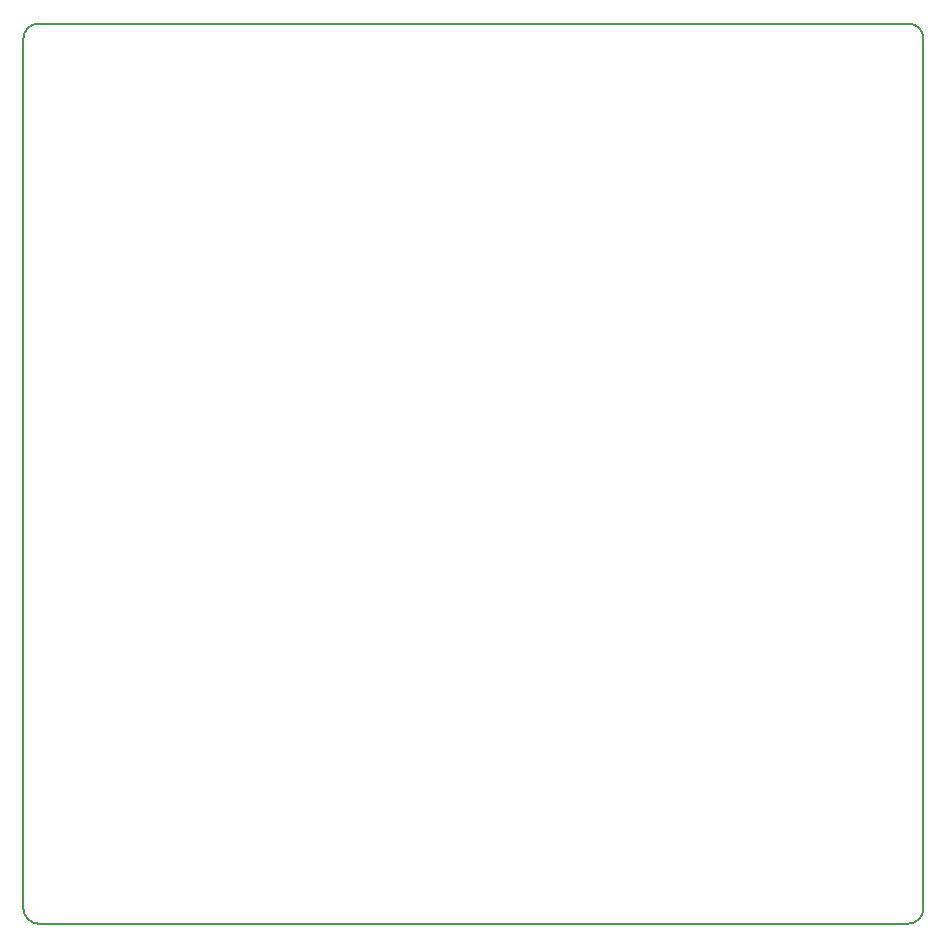
<source format=gbr>
G04 #@! TF.GenerationSoftware,KiCad,Pcbnew,(5.1.9)-1*
G04 #@! TF.CreationDate,2021-02-07T22:47:52-06:00*
G04 #@! TF.ProjectId,4x4_backpack,3478345f-6261-4636-9b70-61636b2e6b69,rev?*
G04 #@! TF.SameCoordinates,Original*
G04 #@! TF.FileFunction,Profile,NP*
%FSLAX46Y46*%
G04 Gerber Fmt 4.6, Leading zero omitted, Abs format (unit mm)*
G04 Created by KiCad (PCBNEW (5.1.9)-1) date 2021-02-07 22:47:52*
%MOMM*%
%LPD*%
G01*
G04 APERTURE LIST*
G04 #@! TA.AperFunction,Profile*
%ADD10C,0.150000*%
G04 #@! TD*
G04 APERTURE END LIST*
D10*
X77470000Y-152400000D02*
G75*
G02*
X76200000Y-151130000I0J1270000D01*
G01*
X152400000Y-151130000D02*
G75*
G02*
X151130000Y-152400000I-1270000J0D01*
G01*
X151130000Y-76200000D02*
G75*
G02*
X152400000Y-77470000I0J-1270000D01*
G01*
X76200000Y-77470000D02*
G75*
G02*
X77470000Y-76200000I1270000J0D01*
G01*
X151130000Y-76200000D02*
X77470000Y-76200000D01*
X152400000Y-151130000D02*
X152400000Y-77470000D01*
X77470000Y-152400000D02*
X151130000Y-152400000D01*
X76200000Y-77470000D02*
X76200000Y-151130000D01*
M02*

</source>
